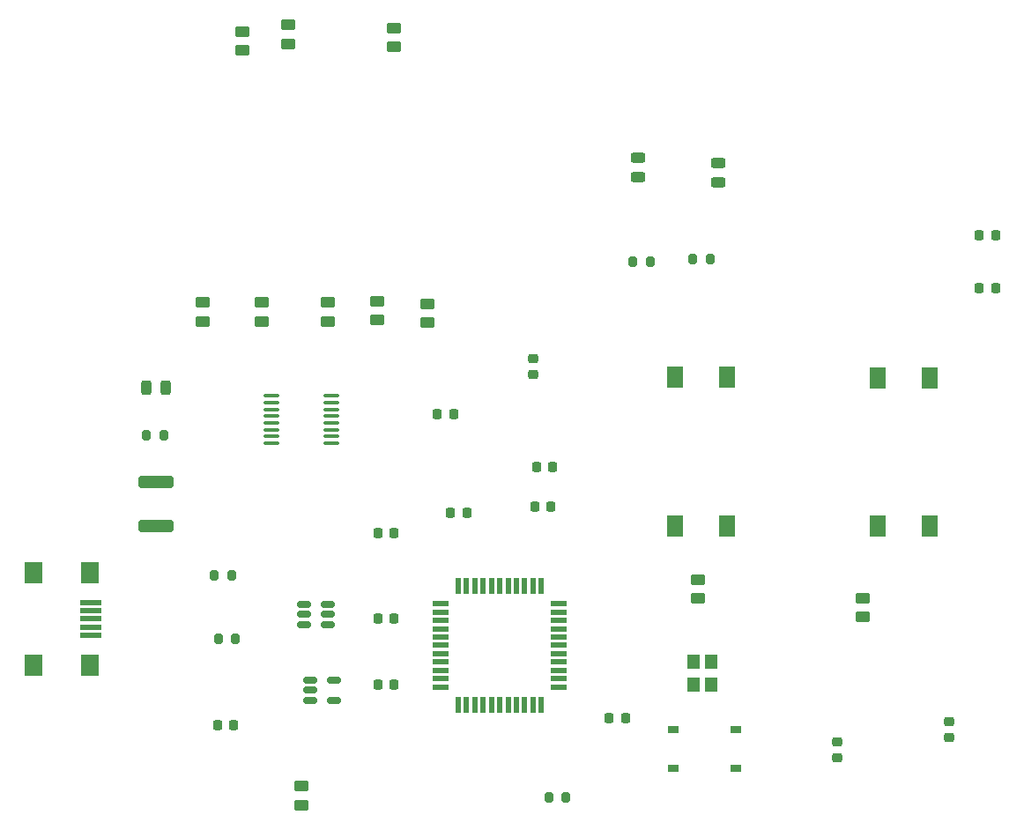
<source format=gbr>
%TF.GenerationSoftware,KiCad,Pcbnew,7.0.1*%
%TF.CreationDate,2023-04-20T17:38:12-06:00*%
%TF.ProjectId,Phase_B_UnoShield,50686173-655f-4425-9f55-6e6f53686965,rev?*%
%TF.SameCoordinates,Original*%
%TF.FileFunction,Paste,Top*%
%TF.FilePolarity,Positive*%
%FSLAX46Y46*%
G04 Gerber Fmt 4.6, Leading zero omitted, Abs format (unit mm)*
G04 Created by KiCad (PCBNEW 7.0.1) date 2023-04-20 17:38:12*
%MOMM*%
%LPD*%
G01*
G04 APERTURE LIST*
G04 Aperture macros list*
%AMRoundRect*
0 Rectangle with rounded corners*
0 $1 Rounding radius*
0 $2 $3 $4 $5 $6 $7 $8 $9 X,Y pos of 4 corners*
0 Add a 4 corners polygon primitive as box body*
4,1,4,$2,$3,$4,$5,$6,$7,$8,$9,$2,$3,0*
0 Add four circle primitives for the rounded corners*
1,1,$1+$1,$2,$3*
1,1,$1+$1,$4,$5*
1,1,$1+$1,$6,$7*
1,1,$1+$1,$8,$9*
0 Add four rect primitives between the rounded corners*
20,1,$1+$1,$2,$3,$4,$5,0*
20,1,$1+$1,$4,$5,$6,$7,0*
20,1,$1+$1,$6,$7,$8,$9,0*
20,1,$1+$1,$8,$9,$2,$3,0*%
G04 Aperture macros list end*
%ADD10RoundRect,0.250000X0.450000X-0.262500X0.450000X0.262500X-0.450000X0.262500X-0.450000X-0.262500X0*%
%ADD11RoundRect,0.250000X-0.450000X0.262500X-0.450000X-0.262500X0.450000X-0.262500X0.450000X0.262500X0*%
%ADD12RoundRect,0.200000X-0.200000X-0.275000X0.200000X-0.275000X0.200000X0.275000X-0.200000X0.275000X0*%
%ADD13RoundRect,0.225000X-0.225000X-0.250000X0.225000X-0.250000X0.225000X0.250000X-0.225000X0.250000X0*%
%ADD14RoundRect,0.225000X0.250000X-0.225000X0.250000X0.225000X-0.250000X0.225000X-0.250000X-0.225000X0*%
%ADD15RoundRect,0.225000X0.225000X0.250000X-0.225000X0.250000X-0.225000X-0.250000X0.225000X-0.250000X0*%
%ADD16RoundRect,0.200000X0.200000X0.275000X-0.200000X0.275000X-0.200000X-0.275000X0.200000X-0.275000X0*%
%ADD17RoundRect,0.243750X0.243750X0.456250X-0.243750X0.456250X-0.243750X-0.456250X0.243750X-0.456250X0*%
%ADD18RoundRect,0.243750X-0.456250X0.243750X-0.456250X-0.243750X0.456250X-0.243750X0.456250X0.243750X0*%
%ADD19R,2.000000X0.500000*%
%ADD20R,1.700000X2.000000*%
%ADD21RoundRect,0.100000X-0.637500X-0.100000X0.637500X-0.100000X0.637500X0.100000X-0.637500X0.100000X0*%
%ADD22RoundRect,0.150000X-0.512500X-0.150000X0.512500X-0.150000X0.512500X0.150000X-0.512500X0.150000X0*%
%ADD23R,1.500000X2.000000*%
%ADD24R,1.200000X1.400000*%
%ADD25RoundRect,0.225000X-0.250000X0.225000X-0.250000X-0.225000X0.250000X-0.225000X0.250000X0.225000X0*%
%ADD26RoundRect,0.250000X1.450000X-0.312500X1.450000X0.312500X-1.450000X0.312500X-1.450000X-0.312500X0*%
%ADD27R,1.000000X0.700000*%
%ADD28R,1.500000X0.550000*%
%ADD29R,0.550000X1.500000*%
G04 APERTURE END LIST*
D10*
%TO.C,R7*%
X53653525Y-75433990D03*
X53653525Y-73608990D03*
%TD*%
%TO.C,R12*%
X48895000Y-75565000D03*
X48895000Y-73740000D03*
%TD*%
D11*
%TO.C,R10*%
X45085000Y-47070000D03*
X45085000Y-48895000D03*
%TD*%
%TO.C,R6*%
X55245000Y-47347500D03*
X55245000Y-49172500D03*
%TD*%
%TO.C,R5*%
X40667277Y-47705000D03*
X40667277Y-49530000D03*
%TD*%
D10*
%TO.C,R8*%
X42545000Y-75565000D03*
X42545000Y-73740000D03*
%TD*%
%TO.C,R9*%
X36830000Y-75565000D03*
X36830000Y-73740000D03*
%TD*%
%TO.C,R11*%
X58474704Y-75687736D03*
X58474704Y-73862736D03*
%TD*%
D12*
%TO.C,R13*%
X70105000Y-121285000D03*
X71755000Y-121285000D03*
%TD*%
D11*
%TO.C,R17*%
X46355000Y-120182500D03*
X46355000Y-122007500D03*
%TD*%
%TO.C,R1*%
X100258335Y-102146853D03*
X100258335Y-103971853D03*
%TD*%
%TO.C,R2*%
X84459401Y-100337123D03*
X84459401Y-102162123D03*
%TD*%
D13*
%TO.C,C3*%
X59410000Y-84455000D03*
X60960000Y-84455000D03*
%TD*%
D14*
%TO.C,C5*%
X68580000Y-80645000D03*
X68580000Y-79095000D03*
%TD*%
D13*
%TO.C,C9*%
X75920000Y-113665000D03*
X77470000Y-113665000D03*
%TD*%
%TO.C,C11*%
X68935000Y-89535000D03*
X70485000Y-89535000D03*
%TD*%
%TO.C,C6*%
X68760000Y-93345000D03*
X70310000Y-93345000D03*
%TD*%
%TO.C,C8*%
X111480000Y-72390000D03*
X113030000Y-72390000D03*
%TD*%
D15*
%TO.C,C7*%
X113030000Y-67310000D03*
X111480000Y-67310000D03*
%TD*%
D12*
%TO.C,R3*%
X78192500Y-69850000D03*
X79842500Y-69850000D03*
%TD*%
D16*
%TO.C,R4*%
X85614034Y-69572325D03*
X83964034Y-69572325D03*
%TD*%
%TO.C,R14*%
X33114036Y-86524538D03*
X31464036Y-86524538D03*
%TD*%
D17*
%TO.C,D3*%
X33322500Y-81915000D03*
X31447500Y-81915000D03*
%TD*%
D18*
%TO.C,D2*%
X86360000Y-60355000D03*
X86360000Y-62230000D03*
%TD*%
D19*
%TO.C,J1*%
X26135000Y-102535000D03*
X26135000Y-103335000D03*
X26135000Y-104135000D03*
X26135000Y-104935000D03*
X26135000Y-105735000D03*
D20*
X26035000Y-99685000D03*
X20585000Y-99685000D03*
X26035000Y-108585000D03*
X20585000Y-108585000D03*
%TD*%
D21*
%TO.C,U2*%
X43502465Y-82703067D03*
X43502465Y-83353067D03*
X43502465Y-84003067D03*
X43502465Y-84653067D03*
X43502465Y-85303067D03*
X43502465Y-85953067D03*
X43502465Y-86603067D03*
X43502465Y-87253067D03*
X49227465Y-87253067D03*
X49227465Y-86603067D03*
X49227465Y-85953067D03*
X49227465Y-85303067D03*
X49227465Y-84653067D03*
X49227465Y-84003067D03*
X49227465Y-83353067D03*
X49227465Y-82703067D03*
%TD*%
D14*
%TO.C,C1*%
X97790000Y-117475000D03*
X97790000Y-115925000D03*
%TD*%
D22*
%TO.C,U5*%
X47191712Y-110039174D03*
X47191712Y-110989174D03*
X47191712Y-111939174D03*
X49466712Y-111939174D03*
X49466712Y-110039174D03*
%TD*%
D23*
%TO.C,S2*%
X87274904Y-80877421D03*
X87274904Y-95177421D03*
X82274904Y-80877421D03*
X82274904Y-95177421D03*
%TD*%
D15*
%TO.C,C10*%
X55245000Y-95885000D03*
X53695000Y-95885000D03*
%TD*%
%TO.C,C12*%
X39860000Y-114305000D03*
X38310000Y-114305000D03*
%TD*%
%TO.C,C4*%
X62230000Y-93980000D03*
X60680000Y-93980000D03*
%TD*%
D24*
%TO.C,Y1*%
X85725000Y-110490000D03*
X85725000Y-108290000D03*
X84025000Y-108290000D03*
X84025000Y-110490000D03*
%TD*%
D18*
%TO.C,D1*%
X78725000Y-59785000D03*
X78725000Y-61660000D03*
%TD*%
D12*
%TO.C,R16*%
X37984446Y-99935555D03*
X39634446Y-99935555D03*
%TD*%
D22*
%TO.C,U4*%
X46619689Y-102762287D03*
X46619689Y-103712287D03*
X46619689Y-104662287D03*
X48894689Y-104662287D03*
X48894689Y-103712287D03*
X48894689Y-102762287D03*
%TD*%
D25*
%TO.C,C2*%
X108585000Y-114020000D03*
X108585000Y-115570000D03*
%TD*%
D12*
%TO.C,R15*%
X38355000Y-106045000D03*
X40005000Y-106045000D03*
%TD*%
D26*
%TO.C,F1*%
X32385000Y-95250000D03*
X32385000Y-90975000D03*
%TD*%
D13*
%TO.C,C13*%
X53695000Y-104140000D03*
X55245000Y-104140000D03*
%TD*%
%TO.C,C14*%
X53695000Y-110490000D03*
X55245000Y-110490000D03*
%TD*%
D27*
%TO.C,S3*%
X82118060Y-114768980D03*
X88118060Y-114768980D03*
X82118060Y-118468980D03*
X88118060Y-118468980D03*
%TD*%
D28*
%TO.C,U3*%
X59705000Y-102680000D03*
X59705000Y-103480000D03*
X59705000Y-104280000D03*
X59705000Y-105080000D03*
X59705000Y-105880000D03*
X59705000Y-106680000D03*
X59705000Y-107480000D03*
X59705000Y-108280000D03*
X59705000Y-109080000D03*
X59705000Y-109880000D03*
X59705000Y-110680000D03*
D29*
X61405000Y-112380000D03*
X62205000Y-112380000D03*
X63005000Y-112380000D03*
X63805000Y-112380000D03*
X64605000Y-112380000D03*
X65405000Y-112380000D03*
X66205000Y-112380000D03*
X67005000Y-112380000D03*
X67805000Y-112380000D03*
X68605000Y-112380000D03*
X69405000Y-112380000D03*
D28*
X71105000Y-110680000D03*
X71105000Y-109880000D03*
X71105000Y-109080000D03*
X71105000Y-108280000D03*
X71105000Y-107480000D03*
X71105000Y-106680000D03*
X71105000Y-105880000D03*
X71105000Y-105080000D03*
X71105000Y-104280000D03*
X71105000Y-103480000D03*
X71105000Y-102680000D03*
D29*
X69405000Y-100980000D03*
X68605000Y-100980000D03*
X67805000Y-100980000D03*
X67005000Y-100980000D03*
X66205000Y-100980000D03*
X65405000Y-100980000D03*
X64605000Y-100980000D03*
X63805000Y-100980000D03*
X63005000Y-100980000D03*
X62205000Y-100980000D03*
X61405000Y-100980000D03*
%TD*%
D23*
%TO.C,S1*%
X106680000Y-80950000D03*
X106680000Y-95250000D03*
X101680000Y-80950000D03*
X101680000Y-95250000D03*
%TD*%
M02*

</source>
